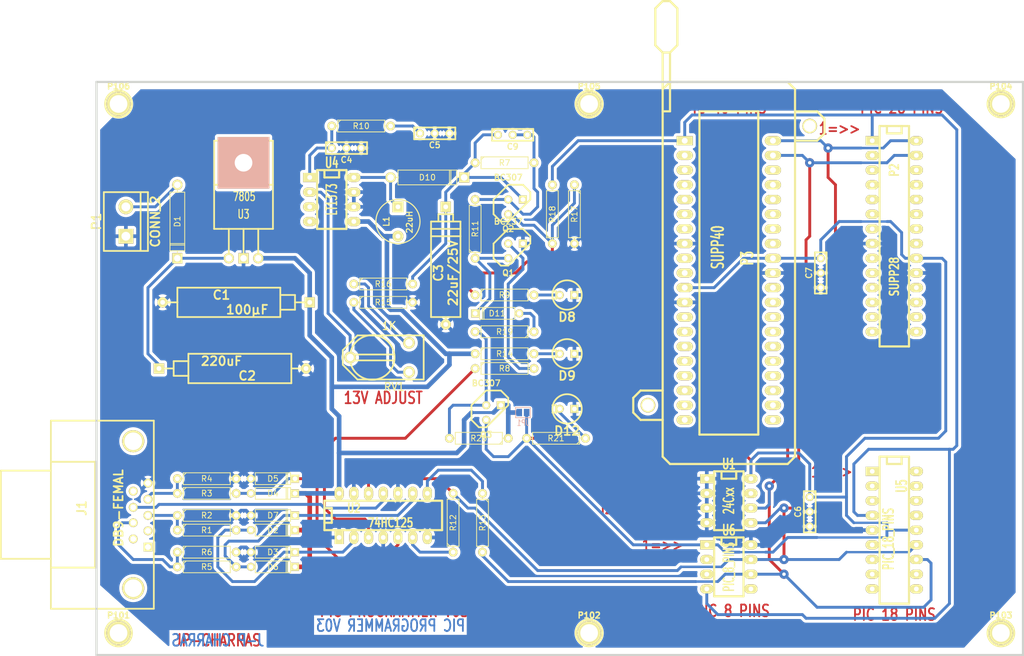
<source format=kicad_pcb>
(kicad_pcb (version 20221018) (generator pcbnew)
  (title_block (title "SERIAL PIC PROGRAMMER"))
  (layers (0 "F.Cu" signal "Composant") (31 "B.Cu" signal "Cuivre") (34 "B.Paste" user) (35 "F.Paste" user) (36 "B.SilkS" user "B.Silkscreen") (37 "F.SilkS" user "F.Silkscreen") (38 "B.Mask" user) (39 "F.Mask" user) (44 "Edge.Cuts" user))
  (net 0 "")
  (net 1 "/CTS")
  (net 2 "/DTR")
  (net 3 "/PC-CLOCK-OUT")
  (net 4 "/TXD")
  (net 5 "GND")
  (net 6 "Net-(C2-Pad1)")
  (net 7 "Net-(C4-Pad1)")
  (net 8 "Net-(C5-Pad1)")
  (net 9 "Net-(C9-Pad2)")
  (net 10 "Net-(D11-Pad1)")
  (net 11 "Net-(D11-Pad2)")
  (net 12 "Net-(Q1-Pad2)")
  (net 13 "Net-(Q2-Pad3)")
  (net 14 "Net-(Q3-Pad2)")
  (net 15 "Net-(R12-Pad1)")
  (net 16 "Net-(R13-Pad1)")
  (net 17 "Net-(R15-Pad1)")
  (net 18 "Net-(R16-Pad1)")
  (net 19 "Net-(R8-Pad1)")
  (net 20 "Net-(RV1-Pad2)")
  (net 21 "VCC")
  (net 22 "VPP")
  (net 23 "/pic_sockets/VCC_PIC")
  (net 24 "Net-(D1-Pad2)")
  (net 25 "Net-(D4-Pad2)")
  (net 26 "Net-(D8-Pad2)")
  (net 27 "Net-(D9-Pad2)")
  (net 28 "Net-(D12-Pad2)")
  (net 29 "Net-(J1-Pad1)")
  (net 30 "Net-(J1-Pad2)")
  (net 31 "Net-(J1-Pad6)")
  (net 32 "Net-(J1-Pad9)")
  (net 33 "Net-(P2-Pad2)")
  (net 34 "Net-(P2-Pad3)")
  (net 35 "Net-(P2-Pad4)")
  (net 36 "Net-(P2-Pad5)")
  (net 37 "Net-(P2-Pad6)")
  (net 38 "Net-(P2-Pad7)")
  (net 39 "Net-(P2-Pad9)")
  (net 40 "Net-(P2-Pad10)")
  (net 41 "Net-(P2-Pad11)")
  (net 42 "Net-(P2-Pad12)")
  (net 43 "Net-(P2-Pad13)")
  (net 44 "Net-(P2-Pad14)")
  (net 45 "/VPP/MCLR")
  (net 46 "Net-(P2-Pad15)")
  (net 47 "Net-(P2-Pad16)")
  (net 48 "Net-(P2-Pad17)")
  (net 49 "Net-(P2-Pad18)")
  (net 50 "Net-(P2-Pad21)")
  (net 51 "Net-(P2-Pad22)")
  (net 52 "Net-(P2-Pad23)")
  (net 53 "Net-(P2-Pad24)")
  (net 54 "Net-(P2-Pad25)")
  (net 55 "Net-(P2-Pad26)")
  (net 56 "/CLOCK-RB6")
  (net 57 "/DATA-RB7")
  (net 58 "Net-(P3-Pad2)")
  (net 59 "Net-(P3-Pad3)")
  (net 60 "Net-(P3-Pad4)")
  (net 61 "Net-(P3-Pad5)")
  (net 62 "Net-(P3-Pad6)")
  (net 63 "Net-(P3-Pad7)")
  (net 64 "Net-(P3-Pad9)")
  (net 65 "Net-(P3-Pad10)")
  (net 66 "Net-(P3-Pad13)")
  (net 67 "Net-(P3-Pad14)")
  (net 68 "Net-(P3-Pad15)")
  (net 69 "Net-(P3-Pad16)")
  (net 70 "Net-(P3-Pad17)")
  (net 71 "Net-(P3-Pad18)")
  (net 72 "Net-(P3-Pad19)")
  (net 73 "Net-(P3-Pad20)")
  (net 74 "Net-(P3-Pad21)")
  (net 75 "Net-(P3-Pad22)")
  (net 76 "Net-(P3-Pad23)")
  (net 77 "Net-(P3-Pad24)")
  (net 78 "Net-(P3-Pad25)")
  (net 79 "Net-(P3-Pad26)")
  (net 80 "Net-(P3-Pad27)")
  (net 81 "Net-(P3-Pad28)")
  (net 82 "Net-(P3-Pad29)")
  (net 83 "Net-(P3-Pad30)")
  (net 84 "Net-(P3-Pad33)")
  (net 85 "Net-(P3-Pad34)")
  (net 86 "Net-(P3-Pad35)")
  (net 87 "Net-(P3-Pad36)")
  (net 88 "Net-(P3-Pad37)")
  (net 89 "Net-(P3-Pad38)")
  (net 90 "Net-(P101-Pad1)")
  (net 91 "Net-(P102-Pad1)")
  (net 92 "Net-(P103-Pad1)")
  (net 93 "Net-(P104-Pad1)")
  (net 94 "Net-(P105-Pad1)")
  (net 95 "Net-(P106-Pad1)")
  (net 96 "Net-(U1-Pad7)")
  (net 97 "Net-(U4-Pad3)")
  (net 98 "Net-(U4-Pad4)")
  (net 99 "Net-(U5-Pad1)")
  (net 100 "Net-(U5-Pad2)")
  (net 101 "Net-(U5-Pad3)")
  (net 102 "Net-(U5-Pad6)")
  (net 103 "Net-(U5-Pad7)")
  (net 104 "Net-(U5-Pad8)")
  (net 105 "Net-(U5-Pad9)")
  (net 106 "Net-(U5-Pad10)")
  (net 107 "Net-(U5-Pad11)")
  (net 108 "Net-(U5-Pad15)")
  (net 109 "Net-(U5-Pad16)")
  (net 110 "Net-(U5-Pad17)")
  (net 111 "Net-(U5-Pad18)")
  (net 112 "Net-(U6-Pad2)")
  (net 113 "Net-(U6-Pad3)")
  (net 114 "Net-(U6-Pad5)")
  (net 115 "Net-(D2-Pad2)")
  (net 116 "Net-(D6-Pad2)")
  (net 117 "Net-(D10-Pad2)")
  (footprint "Discret:CP10" (layer "F.Cu") (at 97.79 78.74 180)
    (fp_text reference "C1")
    (fp_text value "100µF")
  )
  (footprint "Discret:CP10" (layer "F.Cu") (at 97.155 90.17)
    (fp_text reference "C2")
    (fp_text value "220uF")
  )
  (footprint "Discret:CP8" (layer "F.Cu") (at 133.985 72.39 -90)
    (fp_text reference "C3")
    (fp_text value "22uF/25V")
  )
  (footprint "Discret:C1-1" (layer "F.Cu") (at 116.84 52.07)
    (fp_text reference "C4")
    (fp_text value "0" hide)
  )
  (footprint "Discret:C1-1" (layer "F.Cu") (at 132.08 49.53)
    (fp_text reference "C5")
    (fp_text value "10nF" hide)
  )
  (footprint "Discret:C1-1" (layer "F.Cu") (at 196.85 114.935 -90)
    (fp_text reference "C6")
    (fp_text value "100nF" hide)
  )
  (footprint "Discret:C1-1" (layer "F.Cu") (at 198.755 73.66 -90)
    (fp_text reference "C7")
    (fp_text value "100nF" hide)
  )
  (footprint "Discret:C1-1" (layer "F.Cu") (at 145.542 49.784)
    (fp_text reference "C9")
    (fp_text value "220nF" hide)
  )
  (footprint "Discret:D5" (layer "F.Cu") (at 87.63 64.77 -90)
    (fp_text reference "D1")
    (fp_text value "1N4004")
  )
  (footprint "Discret:D3" (layer "F.Cu") (at 104.14 118.11)
    (fp_text reference "D2")
    (fp_text value "BAT43")
  )
  (footprint "Discret:D3" (layer "F.Cu") (at 104.14 121.92)
    (fp_text reference "D3")
    (fp_text value "BAT43")
  )
  (footprint "Discret:D3" (layer "F.Cu") (at 104.14 111.76)
    (fp_text reference "D4")
    (fp_text value "BAT43")
  )
  (footprint "Discret:D3" (layer "F.Cu") (at 104.14 109.22)
    (fp_text reference "D5")
    (fp_text value "BAT43")
  )
  (footprint "Discret:D3" (layer "F.Cu") (at 104.14 124.46)
    (fp_text reference "D6")
    (fp_text value "BAT43")
  )
  (footprint "Discret:D3" (layer "F.Cu") (at 104.14 115.57)
    (fp_text reference "D7")
    (fp_text value "BAT43")
  )
  (footprint "Discret:LEDV" (layer "F.Cu") (at 154.94 77.47 180)
    (fp_text reference "D8")
    (fp_text value "RED-LED" hide)
  )
  (footprint "Discret:LEDV" (layer "F.Cu") (at 154.94 87.63 180)
    (fp_text reference "D9")
    (fp_text value "GREEN-LED" hide)
  )
  (footprint "Discret:D5" (layer "F.Cu") (at 130.81 57.15)
    (fp_text reference "D10")
    (fp_text value "SCHOTTKY")
  )
  (footprint "Discret:D3" (layer "F.Cu") (at 142.875 80.645 180)
    (fp_text reference "D11")
    (fp_text value "BAT43")
  )
  (footprint "Discret:LEDV" (layer "F.Cu") (at 154.94 97.155 180)
    (fp_text reference "D12")
    (fp_text value "YELLOW-LED" hide)
  )
  (footprint "connect:DB9FC" (layer "F.Cu") (at 81.28 115.57 90)
    (fp_text reference "J1")
    (fp_text value "DB9-FEMAL")
  )
  (footprint "inductors:INDUCTOR_V" (layer "F.Cu") (at 125.73 64.77 -90)
    (fp_text reference "L1")
    (fp_text value "22uH")
  )
  (footprint "connect:bornier2" (layer "F.Cu") (at 78.74 64.77 90)
    (fp_text reference "P1")
    (fp_text value "CONN_2")
  )
  (footprint "Discret:TO92" (layer "F.Cu") (at 146.05 69.85)
    (fp_text reference "Q1")
    (fp_text value "BC237")
  )
  (footprint "Discret:TO92" (layer "F.Cu") (at 146.05 62.23)
    (fp_text reference "Q2")
    (fp_text value "BC307")
  )
  (footprint "Discret:TO92" (layer "F.Cu") (at 142.24 97.79)
    (fp_text reference "Q3")
    (fp_text value "BC307")
  )
  (footprint "Discret:R4" (layer "F.Cu") (at 92.71 118.11)
    (fp_text reference "R1")
    (fp_text value "10K")
  )
  (footprint "Discret:R4" (layer "F.Cu") (at 92.71 115.57)
    (fp_text reference "R2")
    (fp_text value "10K")
  )
  (footprint "Discret:R4" (layer "F.Cu") (at 92.71 111.76)
    (fp_text reference "R3")
    (fp_text value "10K")
  )
  (footprint "Discret:R4" (layer "F.Cu") (at 92.71 109.22)
    (fp_text reference "R4")
    (fp_text value "10K")
  )
  (footprint "Discret:R4" (layer "F.Cu") (at 92.71 124.46)
    (fp_text reference "R5")
    (fp_text value "10K")
  )
  (footprint "Discret:R4" (layer "F.Cu") (at 92.71 121.92)
    (fp_text reference "R6")
    (fp_text value "10K")
  )
  (footprint "Discret:R4" (layer "F.Cu") (at 144.145 54.61)
    (fp_text reference "R7")
    (fp_text value "10K")
  )
  (footprint "Discret:R4" (layer "F.Cu") (at 144.145 90.17)
    (fp_text reference "R8")
    (fp_text value "1K")
  )
  (footprint "Discret:R4" (layer "F.Cu") (at 144.145 77.47)
    (fp_text reference "R9")
    (fp_text value "2.2K")
  )
  (footprint "Discret:R4" (layer "F.Cu") (at 119.38 48.26)
    (fp_text reference "R10")
    (fp_text value "5,1K")
  )
  (footprint "Discret:R4" (layer "F.Cu") (at 139.065 66.04 90)
    (fp_text reference "R11")
    (fp_text value "22K")
  )
  (footprint "Discret:R4" (layer "F.Cu") (at 135.255 116.84 90)
    (fp_text reference "R12")
    (fp_text value "470")
  )
  (footprint "Discret:R4" (layer "F.Cu") (at 140.335 116.84 -90)
    (fp_text reference "R13")
    (fp_text value "470")
  )
  (footprint "Discret:R4" (layer "F.Cu") (at 144.145 87.63)
    (fp_text reference "R14")
    (fp_text value "470")
  )
  (footprint "Discret:R4" (layer "F.Cu") (at 123.19 78.74)
    (fp_text reference "R15")
    (fp_text value "6.2K")
  )
  (footprint "Discret:R4" (layer "F.Cu") (at 123.19 75.565)
    (fp_text reference "R16")
    (fp_text value "62K")
  )
  (footprint "Discret:R4" (layer "F.Cu") (at 156.21 63.5 -90)
    (fp_text reference "R17")
    (fp_text value "22K")
  )
  (footprint "Discret:R4" (layer "F.Cu") (at 152.4 63.5 90)
    (fp_text reference "R18")
    (fp_text value "220")
  )
  (footprint "Discret:R4" (layer "F.Cu") (at 144.145 83.82 180)
    (fp_text reference "R19")
    (fp_text value "2.2K")
  )
  (footprint "Discret:R4" (layer "F.Cu") (at 139.7 102.235 180)
    (fp_text reference "R20")
    (fp_text value "2.2K")
  )
  (footprint "Discret:R4" (layer "F.Cu") (at 153.035 102.235 180)
    (fp_text reference "R21")
    (fp_text value "470")
  )
  (footprint "Discret:RV2X4" (layer "F.Cu") (at 122.555 88.265 180)
    (fp_text reference "RV1")
    (fp_text value "1K")
  )
  (footprint "dip_sockets:DIP-8__300_ELL" (layer "F.Cu") (at 182.88 113.03 -90)
    (fp_text reference "U1")
    (fp_text value "24Cxx")
  )
  (footprint "dip_sockets:DIP-14__300_ELL" (layer "F.Cu") (at 123.19 115.57)
    (fp_text reference "U2")
    (fp_text value "74HC125")
  )
  (footprint "Discret:LM78XX" (layer "F.Cu") (at 99.06 71.12 90)
    (fp_text reference "U3")
    (fp_text value "7805")
  )
  (footprint "dip_sockets:DIP-8__300_ELL" (layer "F.Cu") (at 114.3 60.96 -90)
    (fp_text reference "U4")
    (fp_text value "LT1373")
  )
  (footprint "dip_sockets:DIP-18__300_ELL" (layer "F.Cu") (at 211.455 118.11 -90)
    (fp_text reference "U5")
    (fp_text value "PIC_18_PINS")
  )
  (footprint "dip_sockets:DIP-8__300_ELL" (layer "F.Cu") (at 182.88 124.46 -90)
    (fp_text reference "U6")
    (fp_text value "PIC_8_PINS")
  )
  (footprint "footprints:1pin-4" (layer "F.Cu") (at 77.47 135.89)
    (fp_text reference "P101")
    (fp_text value "CONN_1" hide)
  )
  (footprint "footprints:1pin-4" (layer "F.Cu") (at 158.75 135.89)
    (fp_text reference "P102")
    (fp_text value "CONN_1" hide)
  )
  (footprint "footprints:1pin-4" (layer "F.Cu") (at 229.87 135.89)
    (fp_text reference "P103")
    (fp_text value "CONN_1" hide)
  )
  (footprint "footprints:1pin-4" (layer "F.Cu") (at 229.87 44.45)
    (fp_text reference "P104")
    (fp_text value "CONN_1" hide)
  )
  (footprint "footprints:1pin-4" (layer "F.Cu") (at 158.75 44.45)
    (fp_text reference "P105")
    (fp_text value "CONN_1" hide)
  )
  (footprint "footprints:1pin-4" (layer "F.Cu") (at 77.47 44.45)
    (fp_text reference "P106")
    (fp_text value "CONN_1" hide)
  )
  (footprint "sockets:40tex-Ell600" (layer "F.Cu") (at 182.88 74.93 -90)
    (fp_text reference "P3")
    (fp_text value "SUPP40")
  )
  (footprint "dip_sockets:DIP-28__300_ELL" (layer "F.Cu") (at 211.455 67.31 -90)
    (fp_text reference "P2")
    (fp_text value "SUPP28")
  )
  (footprint "connect:GS2" (layer "B.Cu") (at 147.32 97.79 -90)
    (fp_text reference "JP1")
    (fp_text value "JUMPER" hide)
  )
  (gr_line (start 173.99 40.64) (end 233.68 40.64) (stroke (width 0.381)) (layer "Edge.Cuts"))
  (gr_line (start 233.68 139.7) (end 73.66 139.7) (stroke (width 0.381)) (layer "Edge.Cuts"))
  (gr_line (start 73.66 40.64) (end 173.99 40.64) (stroke (width 0.381)) (layer "Edge.Cuts"))
  (gr_line (start 233.68 40.64) (end 233.68 139.7) (stroke (width 0.381)) (layer "Edge.Cuts"))
  (gr_line (start 73.66 139.7) (end 73.66 40.64) (stroke (width 0.381)) (layer "Edge.Cuts"))
  (gr_text "VCC ON" (at 162.9 99.1) (layer "F.Cu") (effects (font (size 2.032 1.524) (thickness 0.3048))))
  (gr_text "PIC PROGRAMMER V03" (at 125.095 132.08) (layer "F.Cu") (effects (font (size 2.032 1.524) (thickness 0.3048))))
  (gr_text "1=>>" (at 171.45 109.22) (layer "F.Cu") (effects (font (size 2.032 1.524) (thickness 0.3048))))
  (gr_text "1=>>" (at 200.66 107.95) (layer "F.Cu") (effects (font (size 2.032 1.524) (thickness 0.3048))))
  (gr_text "VPP ON" (at 163.195 80.645) (layer "F.Cu") (effects (font (size 2.032 1.524) (thickness 0.3048))))
  (gr_text "13V ADJUST" (at 123.19 95.25) (layer "F.Cu") (effects (font (size 2.032 1.524) (thickness 0.3048))))
  (gr_text "PWR ON" (at 163.83 88.9) (layer "F.Cu") (effects (font (size 2.032 1.524) (thickness 0.3048))))
  (gr_text "PIC 40 PINS" (at 182.245 45.085) (layer "F.Cu") (effects (font (size 2.032 1.524) (thickness 0.3048))))
  (gr_text "PIC 18 PINS" (at 211.455 132.715) (layer "F.Cu") (effects (font (size 2.032 1.524) (thickness 0.3048))))
  (gr_text "1=>>" (at 167.64 48.895) (layer "F.Cu") (effects (font (size 2.032 1.524) (thickness 0.3048))))
  (gr_text "PIC 8 PINS" (at 183.515 132.08) (layer "F.Cu") (effects (font (size 2.032 1.524) (thickness 0.3048))))
  (gr_text "+8/12V" (at 80.01 57.15) (layer "F.Cu") (effects (font (size 2.032 1.524) (thickness 0.3048))))
  (gr_text "1=>>" (at 202 48.7) (layer "F.Cu") (effects (font (size 2.032 1.524) (thickness 0.3048))))
  (gr_text "JP-CHARRAS" (at 94.615 137.16) (layer "F.Cu") (effects (font (size 2.032 1.524) (thickness 0.3048))))
  (gr_text "1=>>" (at 171.45 120.65) (layer "F.Cu") (effects (font (size 2.032 1.524) (thickness 0.3048))))
  (gr_text "PIC 28 PINS" (at 212.725 45.085) (layer "F.Cu") (effects (font (size 2.032 1.524) (thickness 0.3048))))
  (gr_text "I2C PROM" (at 166.37 114.3) (layer "F.Cu") (effects (font (size 2.032 1.524) (thickness 0.3048))))
  (gr_text "PIC PROGRAMMER V03" (at 124.46 134.62) (layer "B.Cu") (effects (font (size 2.032 1.524) (thickness 0.3048)) (justify mirror)))
  (gr_text "J-P CHARRAS" (at 94.615 137.16) (layer "B.Cu") (effects (font (size 2.032 1.524) (thickness 0.3048)) (justify mirror)))
  (segment (start 123.19 113.03) (end 123.19 111.76) (width 0.5) (layer "B.Cu") (net 1))
  (segment (start 121.92 114.3) (end 123.19 113.03) (width 0.5) (layer "B.Cu") (net 1))
  (segment (start 84.455 113.665) (end 112.395 113.665) (width 0.5) (layer "B.Cu") (net 1))
  (segment (start 112.395 113.665) (end 113.03 114.3) (width 0.5) (layer "B.Cu") (net 1))
  (segment (start 83.947 114.173) (end 84.455 113.665) (width 0.5) (layer "B.Cu") (net 1))
  (segment (start 113.03 114.3) (end 121.92 114.3) (width 0.5) (layer "B.Cu") (net 1))
  (segment (start 80.01 114.173) (end 83.947 114.173) (width 0.5) (layer "B.Cu") (net 1))
  (segment (start 82.55 112.395) (end 83.185 111.76) (width 0.5) (layer "B.Cu") (net 2))
  (segment (start 82.55 112.776) (end 82.55 112.395) (width 0.5) (layer "B.Cu") (net 2))
  (segment (start 83.185 111.76) (end 87.63 111.76) (width 0.5) (layer "B.Cu") (net 2))
  (segment (start 87.63 111.76) (end 87.63 109.22) (width 0.5) (layer "B.Cu") (net 2))
  (segment (start 80.01 116.84) (end 78.105 116.84) (width 0.5) (layer "B.Cu") (net 3))
  (segment (start 85.09 123.19) (end 86.36 124.46) (width 0.5) (layer "B.Cu") (net 3))
  (segment (start 77.47 117.475) (end 77.47 120.65) (width 0.5) (layer "B.Cu") (net 3))
  (segment (start 80.01 123.19) (end 85.09 123.19) (width 0.5) (layer "B.Cu") (net 3))
  (segment (start 87.63 124.46) (end 87.63 121.92) (width 0.5) (layer "B.Cu") (net 3))
  (segment (start 78.105 116.84) (end 77.47 117.475) (width 0.5) (layer "B.Cu") (net 3))
  (segment (start 86.36 124.46) (end 87.63 124.46) (width 0.5) (layer "B.Cu") (net 3))
  (segment (start 77.47 120.65) (end 80.01 123.19) (width 0.5) (layer "B.Cu") (net 3))
  (segment (start 87.63 118.11) (end 87.63 115.57) (width 0.5) (layer "B.Cu") (net 4))
  (segment (start 87.63 115.57) (end 82.55 115.57) (width 0.5) (layer "B.Cu") (net 4))
  (segment (start 84.455 89.535) (end 82.55 87.63) (width 0.5) (layer "B.Cu") (net 6))
  (segment (start 84.455 90.17) (end 84.455 89.535) (width 0.5) (layer "B.Cu") (net 6))
  (segment (start 82.55 76.2) (end 87.63 71.12) (width 0.5) (layer "B.Cu") (net 6))
  (segment (start 82.55 87.63) (end 82.55 76.2) (width 0.5) (layer "B.Cu") (net 6))
  (segment (start 87.63 71.12) (end 96.52 71.12) (width 0.5) (layer "B.Cu") (net 6))
  (segment (start 114.3 48.26) (end 114.3 52.07) (width 0.5) (layer "B.Cu") (net 7))
  (segment (start 111.76 52.07) (end 114.3 52.07) (width 0.5) (layer "B.Cu") (net 7))
  (segment (start 110.49 53.34) (end 111.76 52.07) (width 0.5) (layer "B.Cu") (net 7))
  (segment (start 110.49 57.15) (end 110.49 53.34) (width 0.5) (layer "B.Cu") (net 7))
  (segment (start 128.27 48.26) (end 129.54 49.53) (width 0.5) (layer "B.Cu") (net 8))
  (segment (start 124.46 48.26) (end 128.27 48.26) (width 0.5) (layer "B.Cu") (net 8))
  (segment (start 148.844 49.784) (end 149.225 50.165) (width 0.5) (layer "B.Cu") (net 9))
  (segment (start 149.225 54.61) (end 149.225 59.055) (width 0.5) (layer "B.Cu") (net 9))
  (segment (start 148.082 49.784) (end 148.844 49.784) (width 0.5) (layer "B.Cu") (net 9))
  (segment (start 149.86 62.23) (end 148.59 63.5) (width 0.5) (layer "B.Cu") (net 9))
  (segment (start 149.225 50.165) (end 149.225 54.61) (width 0.5) (layer "B.Cu") (net 9))
  (segment (start 149.225 59.055) (end 149.86 59.69) (width 0.5) (layer "B.Cu") (net 9))
  (segment (start 145.542 49.784) (end 148.082 49.784) (width 0.5) (layer "B.Cu") (net 9))
  (segment (start 148.59 63.5) (end 147.32 63.5) (width 0.5) (layer "B.Cu") (net 9))
  (segment (start 149.86 59.69) (end 149.86 62.23) (width 0.5) (layer "B.Cu") (net 9))
  (segment (start 144.78 60.96) (end 147.32 63.5) (width 0.5) (layer "B.Cu") (net 9))
  (segment (start 144.78 60.96) (end 139.065 60.96) (width 0.5) (layer "B.Cu") (net 9))
  (segment (start 141.605 78.105) (end 139.065 80.645) (width 0.5) (layer "B.Cu") (net 10))
  (segment (start 144.78 71.12) (end 139.065 71.12) (width 0.5) (layer "B.Cu") (net 10))
  (segment (start 139.065 71.12) (end 141.605 73.66) (width 0.5) (layer "B.Cu") (net 10))
  (segment (start 141.605 73.66) (end 141.605 78.105) (width 0.5) (layer "B.Cu") (net 10))
  (segment (start 149.225 81.28) (end 149.225 83.82) (width 0.5) (layer "B.Cu") (net 11))
  (segment (start 148.59 80.645) (end 149.225 81.28) (width 0.5) (layer "B.Cu") (net 11))
  (segment (start 146.685 80.645) (end 148.59 80.645) (width 0.5) (layer "B.Cu") (net 11))
  (segment (start 147.32 73.025) (end 144.78 75.565) (width 0.5) (layer "B.Cu") (net 12))
  (segment (start 144.78 68.58) (end 147.32 71.12) (width 0.5) (layer "B.Cu") (net 12))
  (segment (start 149.225 90.17) (end 146.685 90.17) (width 0.5) (layer "B.Cu") (net 12))
  (segment (start 146.685 90.17) (end 144.78 88.265) (width 0.5) (layer "B.Cu") (net 12))
  (segment (start 147.32 71.12) (end 147.32 73.025) (width 0.5) (layer "B.Cu") (net 12))
  (segment (start 144.78 75.565) (end 144.78 88.265) (width 0.5) (layer "B.Cu") (net 12))
  (segment (start 150.495 71.755) (end 152.4 69.85) (width 0.5) (layer "F.Cu") (net 13))
  (segment (start 137.795 74.93) (end 137.795 76.2) (width 0.5) (layer "F.Cu") (net 13))
  (segment (start 137.795 74.93) (end 139.065 73.66) (width 0.5) (layer "F.Cu") (net 13))
  (segment (start 146.05 73.66) (end 147.955 71.755) (width 0.5) (layer "F.Cu") (net 13))
  (segment (start 152.4 68.58) (end 152.4 69.85) (width 0.5) (layer "F.Cu") (net 13))
  (segment (start 147.955 71.755) (end 150.495 71.755) (width 0.5) (layer "F.Cu") (net 13))
  (segment (start 139.065 73.66) (end 146.05 73.66) (width 0.5) (layer "F.Cu") (net 13))
  (segment (start 137.795 76.2) (end 139.065 77.47) (width 0.5) (layer "F.Cu") (net 13))
  (segment (start 145.415 63.5) (end 147.32 65.405) (width 0.5) (layer "B.Cu") (net 13))
  (segment (start 149.225 65.405) (end 152.4 68.58) (width 0.5) (layer "B.Cu") (net 13))
  (segment (start 156.21 61.595) (end 152.4 65.405) (width 0.5) (layer "B.Cu") (net 13))
  (segment (start 147.32 65.405) (end 149.225 65.405) (width 0.5) (layer "B.Cu") (net 13))
  (segment (start 156.21 58.42) (end 156.21 61.595) (width 0.5) (layer "B.Cu") (net 13))
  (segment (start 144.78 63.5) (end 145.415 63.5) (width 0.5) (layer "B.Cu") (net 13))
  (segment (start 152.4 65.405) (end 152.4 68.58) (width 0.5) (layer "B.Cu") (net 13))
  (segment (start 139.7 83.82) (end 139.065 83.82) (width 0.5) (layer "B.Cu") (net 14))
  (segment (start 135.255 96.52) (end 134.62 97.155) (width 0.5) (layer "B.Cu") (net 14))
  (segment (start 140.97 85.09) (end 139.7 83.82) (width 0.5) (layer "B.Cu") (net 14))
  (segment (start 140.97 85.09) (end 140.97 96.52) (width 0.5) (layer "B.Cu") (net 14))
  (segment (start 140.97 96.52) (end 135.255 96.52) (width 0.5) (layer "B.Cu") (net 14))
  (segment (start 134.62 97.155) (end 134.62 102.235) (width 0.5) (layer "B.Cu") (net 14))
  (segment (start 128.27 120.65) (end 129.54 121.92) (width 0.5) (layer "B.Cu") (net 15))
  (segment (start 128.27 119.38) (end 128.27 120.65) (width 0.5) (layer "B.Cu") (net 15))
  (segment (start 129.54 121.92) (end 135.255 121.92) (width 0.5) (layer "B.Cu") (net 15))
  (segment (start 138.4046 107.7468) (end 140.335 109.6772) (width 0.5) (layer "B.Cu") (net 16))
  (segment (start 140.335 109.6772) (end 140.335 111.76) (width 0.5) (layer "B.Cu") (net 16))
  (segment (start 132.6896 107.7468) (end 138.4046 107.7468) (width 0.5) (layer "B.Cu") (net 16))
  (segment (start 130.81 111.76) (end 130.81 109.6264) (width 0.5) (layer "B.Cu") (net 16))
  (segment (start 130.81 109.6264) (end 132.6896 107.7468) (width 0.5) (layer "B.Cu") (net 16))
  (segment (start 118.11 78.74) (end 118.11 80.01) (width 0.5) (layer "B.Cu") (net 17))
  (segment (start 125.73 90.805) (end 127.635 90.805) (width 0.5) (layer "B.Cu") (net 17))
  (segment (start 118.11 80.01) (end 124.46 86.36) (width 0.5) (layer "B.Cu") (net 17))
  (segment (start 124.46 86.36) (end 124.46 89.535) (width 0.5) (layer "B.Cu") (net 17))
  (segment (start 124.46 89.535) (end 125.73 90.805) (width 0.5) (layer "B.Cu") (net 17))
  (segment (start 120.65 79.375) (end 127 85.725) (width 0.5) (layer "B.Cu") (net 18))
  (segment (start 120.015 75.565) (end 120.65 76.2) (width 0.5) (layer "B.Cu") (net 18))
  (segment (start 127 85.725) (end 127.635 85.725) (width 0.5) (layer "B.Cu") (net 18))
  (segment (start 120.65 76.2) (end 120.65 79.375) (width 0.5) (layer "B.Cu") (net 18))
  (segment (start 118.11 75.565) (end 120.015 75.565) (width 0.5) (layer "B.Cu") (net 18))
  (segment (start 120.015 116.205) (end 120.65 116.84) (width 0.5) (layer "F.Cu") (net 19))
  (segment (start 114.935 116.205) (end 120.015 116.205) (width 0.5) (layer "F.Cu") (net 19))
  (segment (start 113.03 104.14) (end 113.03 114.3) (width 0.5) (layer "F.Cu") (net 19))
  (segment (start 127 102.235) (end 139.065 90.17) (width 0.5) (layer "F.Cu") (net 19))
  (segment (start 120.65 116.84) (end 120.65 119.38) (width 0.5) (layer "F.Cu") (net 19))
  (segment (start 114.935 102.235) (end 127 102.235) (width 0.5) (layer "F.Cu") (net 19))
  (segment (start 113.03 114.3) (end 114.935 116.205) (width 0.5) (layer "F.Cu") (net 19))
  (segment (start 114.935 102.235) (end 113.03 104.14) (width 0.5) (layer "F.Cu") (net 19))
  (segment (start 113.665 80.645) (end 117.475 84.455) (width 0.5) (layer "B.Cu") (net 20))
  (segment (start 117.475 84.455) (end 117.475 88.265) (width 0.5) (layer "B.Cu") (net 20))
  (segment (start 110.49 59.69) (end 112.395 59.69) (width 0.5) (layer "B.Cu") (net 20))
  (segment (start 113.665 60.96) (end 113.665 80.645) (width 0.5) (layer "B.Cu") (net 20))
  (segment (start 112.395 59.69) (end 113.665 60.96) (width 0.5) (layer "B.Cu") (net 20))
  (segment (start 109.22 118.11) (end 110.49 119.38) (width 0.8) (layer "F.Cu") (net 21))
  (segment (start 110.49 123.825) (end 109.855 124.46) (width 0.8) (layer "F.Cu") (net 21))
  (segment (start 109.22 118.11) (end 107.95 118.11) (width 0.8) (layer "F.Cu") (net 21))
  (segment (start 110.49 116.84) (end 109.22 118.11) (width 0.8) (layer "F.Cu") (net 21))
  (segment (start 107.95 111.76) (end 109.855 111.76) (width 0.8) (layer "F.Cu") (net 21))
  (segment (start 110.49 119.38) (end 110.49 123.825) (width 0.8) (layer "F.Cu") (net 21))
  (segment (start 109.855 124.46) (end 107.95 124.46) (width 0.8) (layer "F.Cu") (net 21))
  (segment (start 110.49 112.395) (end 110.49 116.84) (width 0.8) (layer "F.Cu") (net 21))
  (segment (start 109.855 111.76) (end 110.49 112.395) (width 0.8) (layer "F.Cu") (net 21))
  (segment (start 144.78 97.79) (end 144.78 97.917) (width 0.8) (layer "B.Cu") (net 21))
  (segment (start 144.78 97.917) (end 144.78 96.52) (width 0.8) (layer "B.Cu") (net 21))
  (segment (start 133.985 87.63) (end 126.365 80.01) (width 0.8) (layer "B.Cu") (net 21))
  (segment (start 114.3 88.265) (end 114.3 93.345) (width 0.8) (layer "B.Cu") (net 21))
  (segment (start 118.11 64.77) (end 120.65 64.77) (width 0.8) (layer "B.Cu") (net 21))
  (segment (start 123.825 67.31) (end 123.19 67.31) (width 0.8) (layer "B.Cu") (net 21))
  (segment (start 110.49 78.74) (end 110.49 84.455) (width 0.8) (layer "B.Cu") (net 21))
  (segment (start 126.365 80.01) (end 124.46 80.01) (width 0.8) (layer "B.Cu") (net 21))
  (segment (start 139.065 87.63) (end 134.62 87.63) (width 0.8) (layer "B.Cu") (net 21))
  (segment (start 134.62 87.63) (end 133.985 87.63) (width 0.8) (layer "B.Cu") (net 21))
  (segment (start 123.19 67.31) (end 120.65 64.77) (width 0.8) (layer "B.Cu") (net 21))
  (segment (start 110.49 73.66) (end 107.95 71.12) (width 0.8) (layer "B.Cu") (net 21))
  (segment (start 143.51 96.52) (end 144.78 96.52) (width 0.8) (layer "B.Cu") (net 21))
  (segment (start 114.3 93.345) (end 114.3 97.155) (width 0.8) (layer "B.Cu") (net 21))
  (segment (start 125.73 67.31) (end 123.825 67.31) (width 0.8) (layer "B.Cu") (net 21))
  (segment (start 115.57 111.76) (end 115.57 104.775) (width 0.8) (layer "B.Cu") (net 21))
  (segment (start 143.51 96.52) (end 142.24 97.79) (width 0.8) (layer "B.Cu") (net 21))
  (segment (start 137.16 99.06) (end 137.16 103.505) (width 0.8) (layer "B.Cu") (net 21))
  (segment (start 130.81 93.345) (end 134.62 89.535) (width 0.8) (layer "B.Cu") (net 21))
  (segment (start 146.685 97.79) (end 144.78 97.79) (width 0.8) (layer "B.Cu") (net 21))
  (segment (start 101.6 71.12) (end 107.95 71.12) (width 0.8) (layer "B.Cu") (net 21))
  (segment (start 114.3 97.155) (end 115.57 98.425) (width 0.8) (layer "B.Cu") (net 21))
  (segment (start 110.49 78.74) (end 110.49 73.66) (width 0.8) (layer "B.Cu") (net 21))
  (segment (start 114.3 93.345) (end 130.81 93.345) (width 0.8) (layer "B.Cu") (net 21))
  (segment (start 107.95 111.76) (end 115.57 111.76) (width 0.8) (layer "B.Cu") (net 21))
  (segment (start 144.78 102.235) (end 144.78 97.917) (width 0.8) (layer "B.Cu") (net 21))
  (segment (start 110.49 84.455) (end 114.3 88.265) (width 0.8) (layer "B.Cu") (net 21))
  (segment (start 135.89 104.775) (end 115.57 104.775) (width 0.8) (layer "B.Cu") (net 21))
  (segment (start 142.24 97.79) (end 138.43 97.79) (width 0.5) (layer "B.Cu") (net 21))
  (segment (start 137.16 103.505) (end 135.89 104.775) (width 0.8) (layer "B.Cu") (net 21))
  (segment (start 138.43 97.79) (end 137.16 99.06) (width 0.8) (layer "B.Cu") (net 21))
  (segment (start 115.57 98.425) (end 115.57 104.775) (width 0.8) (layer "B.Cu") (net 21))
  (segment (start 123.825 79.375) (end 123.825 67.31) (width 0.8) (layer "B.Cu") (net 21))
  (segment (start 124.46 80.01) (end 123.825 79.375) (width 0.8) (layer "B.Cu") (net 21))
  (segment (start 134.62 89.535) (end 134.62 87.63) (width 0.8) (layer "B.Cu") (net 21))
  (segment (start 137.16 57.15) (end 143.51 57.15) (width 0.5) (layer "B.Cu") (net 22))
  (segment (start 137.16 57.15) (end 137.16 56.515) (width 0.5) (layer "B.Cu") (net 22))
  (segment (start 139.065 54.61) (end 139.065 51.181) (width 0.5) (layer "B.Cu") (net 22))
  (segment (start 139.065 51.181) (end 140.462 49.784) (width 0.5) (layer "B.Cu") (net 22))
  (segment (start 143.51 57.15) (end 147.32 60.96) (width 0.5) (layer "B.Cu") (net 22))
  (segment (start 133.985 68.58) (end 128.27 74.295) (width 0.5) (layer "B.Cu") (net 22))
  (segment (start 133.985 62.23) (end 133.985 59.69) (width 0.5) (layer "B.Cu") (net 22))
  (segment (start 133.985 62.23) (end 133.985 68.58) (width 0.5) (layer "B.Cu") (net 22))
  (segment (start 137.16 56.515) (end 139.065 54.61) (width 0.5) (layer "B.Cu") (net 22))
  (segment (start 128.27 74.295) (end 128.27 75.565) (width 0.5) (layer "B.Cu") (net 22))
  (segment (start 140.462 49.784) (end 143.002 49.784) (width 0.5) (layer "B.Cu") (net 22))
  (segment (start 136.525 57.15) (end 133.985 59.69) (width 0.5) (layer "B.Cu") (net 22))
  (segment (start 136.525 57.15) (end 137.16 57.15) (width 0.5) (layer "B.Cu") (net 22))
  (segment (start 154.305 104.775) (end 151.765 102.235) (width 0.5) (layer "F.Cu") (net 23))
  (segment (start 151.765 102.235) (end 147.955 102.235) (width 0.5) (layer "F.Cu") (net 23))
  (segment (start 170.18 104.775) (end 154.305 104.775) (width 0.5) (layer "F.Cu") (net 23))
  (segment (start 185.42 104.775) (end 186.69 106.045) (width 0.5) (layer "F.Cu") (net 23))
  (segment (start 170.18 104.775) (end 185.42 104.775) (width 0.5) (layer "F.Cu") (net 23))
  (segment (start 186.69 109.22) (end 186.69 106.045) (width 0.5) (layer "F.Cu") (net 23))
  (segment (start 184.7 121.92) (end 189.23 121.92) (width 0.4) (layer "B.Cu") (net 23))
  (segment (start 190.5 121.92) (end 193.04 119.38) (width 0.5) (layer "B.Cu") (net 23))
  (segment (start 210.185 64.77) (end 210.82 64.77) (width 0.5) (layer "B.Cu") (net 23))
  (segment (start 142.24 105.41) (end 144.78 105.41) (width 0.5) (layer "B.Cu") (net 23))
  (segment (start 140.97 104.14) (end 142.24 105.41) (width 0.5) (layer "B.Cu") (net 23))
  (segment (start 186.69 109.22) (end 186.69 106.045) (width 0.5) (layer "B.Cu") (net 23))
  (segment (start 219.71 71.12) (end 215.265 71.12) (width 0.5) (layer "B.Cu") (net 23))
  (segment (start 213.36 71.12) (end 215.265 71.12) (width 0.5) (layer "B.Cu") (net 23))
  (segment (start 212.725 70.485) (end 213.36 71.12) (width 0.5) (layer "B.Cu") (net 23))
  (segment (start 182.245 121.92) (end 184.7 121.92) (width 0.5) (layer "B.Cu") (net 23))
  (segment (start 144.78 105.41) (end 147.955 102.235) (width 0.5) (layer "B.Cu") (net 23))
  (segment (start 196.85 112.395) (end 196.85 106.68) (width 0.5) (layer "B.Cu") (net 23))
  (segment (start 193.04 119.38) (end 198.12 119.38) (width 0.5) (layer "B.Cu") (net 23))
  (segment (start 203.2 115.57) (end 204.47 116.84) (width 0.5) (layer "B.Cu") (net 23))
  (segment (start 203.2 105.41) (end 206.375 102.235) (width 0.5) (layer "B.Cu") (net 23))
  (segment (start 220.345 71.755) (end 219.71 71.12) (width 0.5) (layer "B.Cu") (net 23))
  (segment (start 198.755 71.12) (end 198.755 67.945) (width 0.5) (layer "B.Cu") (net 23))
  (segment (start 212.725 66.675) (end 212.725 70.485) (width 0.5) (layer "B.Cu") (net 23))
  (segment (start 179.07 120.65) (end 166.37 120.65) (width 0.5) (layer "B.Cu") (net 23))
  (segment (start 189.23 121.92) (end 190.5 121.92) (width 0.5) (layer "B.Cu") (net 23))
  (segment (start 204.47 116.84) (end 210.185 116.84) (width 0.4) (layer "B.Cu") (net 23))
  (segment (start 180.34 76.2) (end 185.42 71.12) (width 0.5) (layer "B.Cu") (net 23))
  (segment (start 166.37 120.65) (end 147.955 102.235) (width 0.5) (layer "B.Cu") (net 23))
  (segment (start 187.96 104.775) (end 194.945 104.775) (width 0.5) (layer "B.Cu") (net 23))
  (segment (start 147.955 97.79) (end 147.955 102.235) (width 0.5) (layer "B.Cu") (net 23))
  (segment (start 203.2 105.41) (end 203.2 112.395) (width 0.5) (layer "B.Cu") (net 23))
  (segment (start 210.185 119.38) (end 210.185 118.11) (width 0.5) (layer "B.Cu") (net 23))
  (segment (start 210.185 118.11) (end 215.265 118.11) (width 0.5) (layer "B.Cu") (net 23))
  (segment (start 205.74 64.77) (end 210.185 64.77) (width 0.4) (layer "B.Cu") (net 23))
  (segment (start 206.375 102.235) (end 219.075 102.235) (width 0.5) (layer "B.Cu") (net 23))
  (segment (start 210.185 118.11) (end 210.185 116.84) (width 0.5) (layer "B.Cu") (net 23))
  (segment (start 203.2 112.395) (end 203.2 115.57) (width 0.5) (layer "B.Cu") (net 23))
  (segment (start 196.85 106.68) (end 194.945 104.775) (width 0.5) (layer "B.Cu") (net 23))
  (segment (start 186.69 106.045) (end 187.96 104.775) (width 0.5) (layer "B.Cu") (net 23))
  (segment (start 175.26 76.2) (end 180.34 76.2) (width 0.5) (layer "B.Cu") (net 23))
  (segment (start 185.42 71.12) (end 190.5 71.12) (width 0.5) (layer "B.Cu") (net 23))
  (segment (start 196.85 112.395) (end 203.2 112.395) (width 0.5) (layer "B.Cu") (net 23))
  (segment (start 179.07 120.65) (end 180.975 120.65) (width 0.5) (layer "B.Cu") (net 23))
  (segment (start 190.5 71.12) (end 198.755 71.12) (width 0.5) (layer "B.Cu") (net 23))
  (segment (start 219.075 102.235) (end 220.345 100.965) (width 0.5) (layer "B.Cu") (net 23))
  (segment (start 140.97 99.06) (end 140.97 104.14) (width 0.5) (layer "B.Cu") (net 23))
  (segment (start 198.755 67.945) (end 201.93 64.77) (width 0.5) (layer "B.Cu") (net 23))
  (segment (start 210.82 64.77) (end 212.725 66.675) (width 0.5) (layer "B.Cu") (net 23))
  (segment (start 220.345 100.965) (end 220.345 71.755) (width 0.5) (layer "B.Cu") (net 23))
  (segment (start 198.12 119.38) (end 210.185 119.38) (width 0.4) (layer "B.Cu") (net 23))
  (segment (start 180.975 120.65) (end 182.245 121.92) (width 0.5) (layer "B.Cu") (net 23))
  (segment (start 201.93 64.77) (end 205.74 64.77) (width 0.5) (layer "B.Cu") (net 23))
  (segment (start 83.82 62.23) (end 87.63 58.42) (width 0.5) (layer "B.Cu") (net 24))
  (segment (start 78.74 62.23) (end 83.82 62.23) (width 0.5) (layer "B.Cu") (net 24))
  (segment (start 111.125 109.22) (end 111.76 109.855) (width 0.5) (layer "F.Cu") (net 25))
  (segment (start 123.19 123.19) (end 125.73 120.65) (width 0.5) (layer "F.Cu") (net 25))
  (segment (start 115.57 123.19) (end 123.19 123.19) (width 0.5) (layer "F.Cu") (net 25))
  (segment (start 125.73 120.65) (end 125.73 119.38) (width 0.5) (layer "F.Cu") (net 25))
  (segment (start 111.76 109.855) (end 111.76 119.38) (width 0.5) (layer "F.Cu") (net 25))
  (segment (start 111.76 119.38) (end 115.57 123.19) (width 0.5) (layer "F.Cu") (net 25))
  (segment (start 107.95 109.22) (end 111.125 109.22) (width 0.5) (layer "F.Cu") (net 25))
  (segment (start 106.807 109.22) (end 104.267 111.76) (width 0.5) (layer "B.Cu") (net 25))
  (segment (start 100.33 111.76) (end 97.79 111.76) (width 0.5) (layer "B.Cu") (net 25))
  (segment (start 100.33 111.76) (end 104.267 111.76) (width 0.5) (layer "B.Cu") (net 25))
  (segment (start 107.95 109.22) (end 106.807 109.22) (width 0.5) (layer "B.Cu") (net 25))
  (segment (start 153.67 77.47) (end 149.225 77.47) (width 0.5) (layer "B.Cu") (net 26))
  (segment (start 153.67 87.63) (end 149.225 87.63) (width 0.5) (layer "B.Cu") (net 27))
  (segment (start 153.67 97.155) (end 153.67 97.79) (width 0.5) (layer "B.Cu") (net 28))
  (segment (start 153.67 97.79) (end 158.115 102.235) (width 0.5) (layer "B.Cu") (net 28))
  (segment (start 179.07 130.81) (end 179.07 128.27) (width 0.5) (layer "B.Cu") (net 45))
  (segment (start 207.645 115.57) (end 205.105 115.57) (width 0.5) (layer "B.Cu") (net 45))
  (segment (start 207.645 46.355) (end 176.53 46.355) (width 0.5) (layer "B.Cu") (net 45))
  (segment (start 221.615 104.14) (end 220.98 104.14) (width 0.5) (layer "B.Cu") (net 45))
  (segment (start 196.215 133.35) (end 218.44 133.35) (width 0.5) (layer "B.Cu") (net 45))
  (segment (start 156.845 50.8) (end 152.4 55.245) (width 0.5) (layer "B.Cu") (net 45))
  (segment (start 205.105 115.57) (end 204.47 114.935) (width 0.5) (layer "B.Cu") (net 45))
  (segment (start 179.07 130.81) (end 180.975 132.715) (width 0.5) (layer "B.Cu") (net 45))
  (segment (start 156.845 50.8) (end 175.26 50.8) (width 0.5) (layer "B.Cu") (net 45))
  (segment (start 204.47 114.935) (end 204.47 106.68) (width 0.5) (layer "B.Cu") (net 45))
  (segment (start 220.98 130.81) (end 220.98 104.14) (width 0.5) (layer "B.Cu") (net 45))
  (segment (start 175.26 47.625) (end 176.53 46.355) (width 0.5) (layer "B.Cu") (net 45))
  (segment (start 207.645 50.8) (end 207.645 46.355) (width 0.5) (layer "B.Cu") (net 45))
  (segment (start 222.25 48.895) (end 219.71 46.355) (width 0.5) (layer "B.Cu") (net 45))
  (segment (start 222.25 48.895) (end 222.25 103.505) (width 0.5) (layer "B.Cu") (net 45))
  (segment (start 207.01 104.14) (end 220.98 104.14) (width 0.5) (layer "B.Cu") (net 45))
  (segment (start 152.4 55.245) (end 152.4 58.42) (width 0.5) (layer "B.Cu") (net 45))
  (segment (start 221.615 104.14) (end 222.25 103.505) (width 0.5) (layer "B.Cu") (net 45))
  (segment (start 204.47 106.68) (end 207.01 104.14) (width 0.5) (layer "B.Cu") (net 45))
  (segment (start 195.58 132.715) (end 180.975 132.715) (width 0.5) (layer "B.Cu") (net 45))
  (segment (start 219.71 46.355) (end 207.645 46.355) (width 0.5) (layer "B.Cu") (net 45))
  (segment (start 218.44 133.35) (end 220.98 130.81) (width 0.5) (layer "B.Cu") (net 45))
  (segment (start 175.26 50.8) (end 175.26 47.625) (width 0.5) (layer "B.Cu") (net 45))
  (segment (start 195.58 132.715) (end 196.215 133.35) (width 0.5) (layer "B.Cu") (net 45))
  (segment (start 196.85 67.31) (end 196.85 54.61) (width 0.5) (layer "F.Cu") (net 56))
  (segment (start 193.04 107.315) (end 189.865 110.49) (width 0.5) (layer "F.Cu") (net 56))
  (segment (start 196.215 67.945) (end 196.85 67.31) (width 0.5) (layer "F.Cu") (net 56))
  (segment (start 196.215 72.39) (end 196.215 67.945) (width 0.5) (layer "F.Cu") (net 56))
  (segment (start 193.04 107.315) (end 193.04 75.565) (width 0.5) (layer "F.Cu") (net 56))
  (segment (start 193.04 75.565) (end 196.215 72.39) (width 0.5) (layer "F.Cu") (net 56))
  (segment (start 189.865 123.19) (end 192.405 125.73) (width 0.5) (layer "F.Cu") (net 56))
  (segment (start 189.865 110.49) (end 189.865 123.19) (width 0.5) (layer "F.Cu") (net 56))
  (via (at 189.865 110.49) (size 1.6) (drill 0.6) (layers "F.Cu" "B.Cu") (net 56))
  (via (at 192.405 125.73) (size 1.6) (drill 0.6) (layers "F.Cu" "B.Cu") (net 56))
  (via (at 196.85 54.61) (size 1.6) (drill 0.6) (layers "F.Cu" "B.Cu") (net 56))
  (segment (start 205.74 54.61) (end 208.915 54.61) (width 0.4318) (layer "B.Cu") (net 56))
  (segment (start 182.245 125.73) (end 180.975 127) (width 0.5) (layer "B.Cu") (net 56))
  (segment (start 211.455 53.34) (end 210.185 54.61) (width 0.5) (layer "B.Cu") (net 56))
  (segment (start 217.17 123.19) (end 215.265 123.19) (width 0.5) (layer "B.Cu") (net 56))
  (segment (start 190.5 53.34) (end 195.58 53.34) (width 0.5) (layer "B.Cu") (net 56))
  (segment (start 211.455 53.34) (end 215.265 53.34) (width 0.5) (layer "B.Cu") (net 56))
  (segment (start 189.23 114.3) (end 186.69 114.3) (width 0.5) (layer "B.Cu") (net 56))
  (segment (start 144.78 127) (end 177.165 127) (width 0.5) (layer "B.Cu") (net 56))
  (segment (start 198.12 131.445) (end 216.535 131.445) (width 0.5) (layer "B.Cu") (net 56))
  (segment (start 195.58 53.34) (end 196.85 54.61) (width 0.5) (layer "B.Cu") (net 56))
  (segment (start 182.245 125.73) (end 186.69 125.73) (width 0.5) (layer "B.Cu") (net 56))
  (segment (start 196.85 54.61) (end 205.74 54.61) (width 0.5) (layer "B.Cu") (net 56))
  (segment (start 140.335 121.92) (end 140.335 122.555) (width 0.5) (layer "B.Cu") (net 56))
  (segment (start 216.535 131.445) (end 217.805 130.175) (width 0.5) (layer "B.Cu") (net 56))
  (segment (start 186.69 125.73) (end 192.405 125.73) (width 0.5) (layer "B.Cu") (net 56))
  (segment (start 192.405 125.73) (end 198.12 131.445) (width 0.5) (layer "B.Cu") (net 56))
  (segment (start 210.185 54.61) (end 208.915 54.61) (width 0.5) (layer "B.Cu") (net 56))
  (segment (start 140.335 122.555) (end 144.78 127) (width 0.5) (layer "B.Cu") (net 56))
  (segment (start 189.865 113.665) (end 189.23 114.3) (width 0.5) (layer "B.Cu") (net 56))
  (segment (start 189.865 110.49) (end 189.865 113.665) (width 0.5) (layer "B.Cu") (net 56))
  (segment (start 217.805 123.825) (end 217.17 123.19) (width 0.5) (layer "B.Cu") (net 56))
  (segment (start 177.165 127) (end 180.975 127) (width 0.4318) (layer "B.Cu") (net 56))
  (segment (start 217.805 130.175) (end 217.805 123.825) (width 0.5) (layer "B.Cu") (net 56))
  (segment (start 120.65 109.855) (end 121.285 109.22) (width 0.5) (layer "F.Cu") (net 57))
  (segment (start 194.945 91.44) (end 194.945 113.665) (width 0.5) (layer "F.Cu") (net 57))
  (segment (start 194.945 113.665) (end 194.31 114.3) (width 0.5) (layer "F.Cu") (net 57))
  (segment (start 200.025 57.15) (end 201.295 58.42) (width 0.5) (layer "F.Cu") (net 57))
  (segment (start 132.715 109.22) (end 135.255 111.76) (width 0.5) (layer "F.Cu") (net 57))
  (segment (start 201.295 85.09) (end 194.945 91.44) (width 0.5) (layer "F.Cu") (net 57))
  (segment (start 200.025 57.15) (end 200.025 52.07) (width 0.5) (layer "F.Cu") (net 57))
  (segment (start 120.65 111.76) (end 120.65 109.855) (width 0.5) (layer "F.Cu") (net 57))
  (segment (start 201.295 58.42) (end 201.295 85.09) (width 0.5) (layer "F.Cu") (net 57))
  (segment (start 192.405 114.3) (end 192.405 123.19) (width 0.5) (layer "F.Cu") (net 57))
  (segment (start 121.285 109.22) (end 132.715 109.22) (width 0.5) (layer "F.Cu") (net 57))
  (segment (start 194.31 114.3) (end 192.405 114.3) (width 0.5) (layer "F.Cu") (net 57))
  (via (at 192.405 114.3) (size 1.6) (drill 0.6) (layers "F.Cu" "B.Cu") (net 57))
  (via (at 200.025 52.07) (size 1.6) (drill 0.6) (layers "F.Cu" "B.Cu") (net 57))
  (via (at 192.405 123.19) (size 1.6) (drill 0.6) (layers "F.Cu" "B.Cu") (net 57))
  (segment (start 182.88 123.19) (end 186.69 123.19) (width 0.5) (layer "B.Cu") (net 57))
  (segment (start 173.99 125.095) (end 174.625 124.46) (width 0.5) (layer "B.Cu") (net 57))
  (segment (start 181.61 124.46) (end 182.88 123.19) (width 0.5) (layer "B.Cu") (net 57))
  (segment (start 135.255 111.76) (end 137.795 114.3) (width 0.5) (layer "B.Cu") (net 57))
  (segment (start 215.265 50.8) (end 210.82 50.8) (width 0.5) (layer "B.Cu") (net 57))
  (segment (start 137.795 114.3) (end 139.065 114.3) (width 0.5) (layer "B.Cu") (net 57))
  (segment (start 192.405 114.3) (end 191.77 114.3) (width 0.5) (layer "B.Cu") (net 57))
  (segment (start 203.2 121.92) (end 213.995 121.92) (width 0.4) (layer "B.Cu") (net 57))
  (segment (start 189.23 116.84) (end 186.69 116.84) (width 0.5) (layer "B.Cu") (net 57))
  (segment (start 198.755 50.8) (end 200.025 52.07) (width 0.5) (layer "B.Cu") (net 57))
  (segment (start 201.93 123.19) (end 203.2 121.92) (width 0.5) (layer "B.Cu") (net 57))
  (segment (start 186.69 123.19) (end 192.405 123.19) (width 0.5) (layer "B.Cu") (net 57))
  (segment (start 200.025 52.07) (end 205.74 52.07) (width 0.5) (layer "B.Cu") (net 57))
  (segment (start 205.74 52.07) (end 209.55 52.07) (width 0.4318) (layer "B.Cu") (net 57))
  (segment (start 174.625 124.46) (end 181.61 124.46) (width 0.4318) (layer "B.Cu") (net 57))
  (segment (start 191.77 114.3) (end 189.23 116.84) (width 0.5) (layer "B.Cu") (net 57))
  (segment (start 213.995 121.92) (end 215.265 120.65) (width 0.5) (layer "B.Cu") (net 57))
  (segment (start 192.405 123.19) (end 201.93 123.19) (width 0.5) (layer "B.Cu") (net 57))
  (segment (start 190.5 50.8) (end 198.755 50.8) (width 0.5) (layer "B.Cu") (net 57))
  (segment (start 209.55 52.07) (end 210.82 50.8) (width 0.5) (layer "B.Cu") (net 57))
  (segment (start 139.065 114.3) (end 149.86 125.095) (width 0.5) (layer "B.Cu") (net 57))
  (segment (start 149.86 125.095) (end 173.99 125.095) (width 0.5) (layer "B.Cu") (net 57))
  (segment (start 97.79 118.11) (end 95.885 118.11) (width 0.5) (layer "B.Cu") (net 115))
  (segment (start 97.155 127) (end 100.965 127) (width 0.5) (layer "B.Cu") (net 115))
  (segment (start 106.045 121.92) (end 107.95 121.92) (width 0.5) (layer "B.Cu") (net 115))
  (segment (start 100.33 118.11) (end 97.79 118.11) (width 0.5) (layer "B.Cu") (net 115))
  (segment (start 107.95 121.92) (end 116.205 121.92) (width 0.5) (layer "B.Cu") (net 115))
  (segment (start 94.615 124.46) (end 97.155 127) (width 0.5) (layer "B.Cu") (net 115))
  (segment (start 100.965 127) (end 106.045 121.92) (width 0.5) (layer "B.Cu") (net 115))
  (segment (start 118.11 120.015) (end 118.11 119.38) (width 0.5) (layer "B.Cu") (net 115))
  (segment (start 95.885 118.11) (end 94.615 119.38) (width 0.5) (layer "B.Cu") (net 115))
  (segment (start 116.205 121.92) (end 118.11 120.015) (width 0.5) (layer "B.Cu") (net 115))
  (segment (start 94.615 119.38) (end 94.615 124.46) (width 0.5) (layer "B.Cu") (net 115))
  (segment (start 128.27 111.76) (end 128.27 113.03) (width 0.5) (layer "B.Cu") (net 116))
  (segment (start 128.27 113.03) (end 125.73 115.57) (width 0.5) (layer "B.Cu") (net 116))
  (segment (start 106.045 115.57) (end 107.95 115.57) (width 0.5) (layer "B.Cu") (net 116))
  (segment (start 95.885 122.555) (end 97.79 124.46) (width 0.5) (layer "B.Cu") (net 116))
  (segment (start 96.52 120.015) (end 101.6 120.015) (width 0.5) (layer "B.Cu") (net 116))
  (segment (start 95.885 120.65) (end 95.885 122.555) (width 0.5) (layer "B.Cu") (net 116))
  (segment (start 100.33 124.46) (end 97.79 124.46) (width 0.5) (layer "B.Cu") (net 116))
  (segment (start 96.52 120.015) (end 95.885 120.65) (width 0.5) (layer "B.Cu") (net 116))
  (segment (start 107.95 115.57) (end 125.73 115.57) (width 0.5) (layer "B.Cu") (net 116))
  (segment (start 101.6 120.015) (end 106.045 115.57) (width 0.5) (layer "B.Cu") (net 116))
  (segment (start 124.46 60.96) (end 125.73 62.23) (width 0.5) (layer "B.Cu") (net 117))
  (segment (start 118.11 57.15) (end 124.46 57.15) (width 0.5) (layer "B.Cu") (net 117))
  (segment (start 124.46 57.15) (end 124.46 60.96) (width 0.5) (layer "B.Cu") (net 117))
  (zone (net 5) (net_name "GND") (layer "B.Cu") (connect_pads (clearance 0.508)) (min_thickness 0.3) (fill yes (thermal_gap 0.508) (thermal_bridge_width 0.635))
    (polygon (pts (xy 223.52 138.43) (xy 232.41 128.905) (xy 232.41 53.975) (xy 219.71 41.91) (xy 81.28 41.91) (xy 74.295 48.895) (xy 74.295 127.635) (xy 86.36 138.43)))
  )
)
</source>
